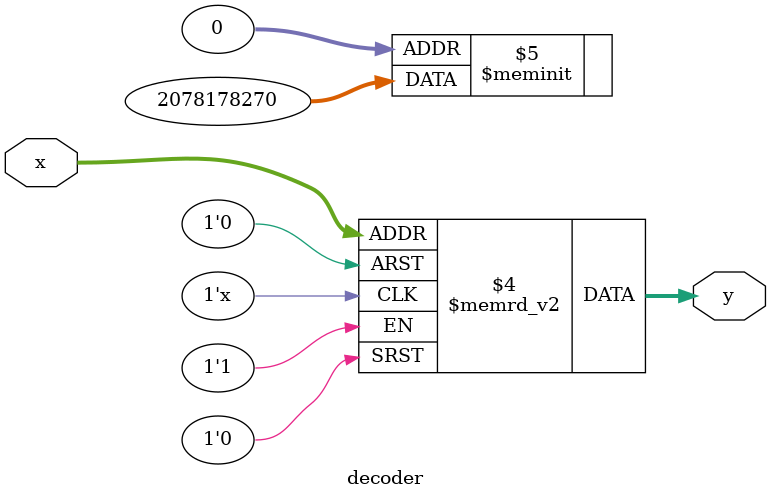
<source format=v>
`timescale 1ns / 1ps


module decoder(
    input [2:0] x,
    output reg [3:0] y
    );
    always @(x) begin
        case(x)
            3'b000: y=4'b1110;
            3'b001: y=4'b1101;
            3'b010: y=4'b1011;
            3'b011: y=4'b0111;
            3'b100: y=4'b1110;
            3'b101: y=4'b1101;
            3'b110: y=4'b1011;
            3'b111: y=4'b0111;
            default: y=4'b1111;
        endcase
    end
endmodule
</source>
